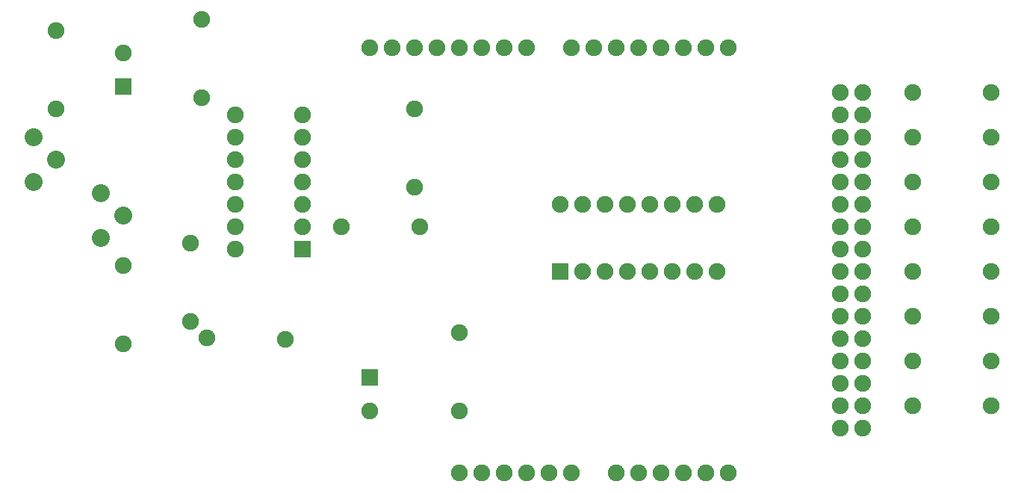
<source format=gbs>
G04 (created by PCBNEW-RS274X (2012-apr-16-27)-stable) date tor 22 apr 2014 20:35:00 CEST*
G01*
G70*
G90*
%MOIN*%
G04 Gerber Fmt 3.4, Leading zero omitted, Abs format*
%FSLAX34Y34*%
G04 APERTURE LIST*
%ADD10C,0.006000*%
%ADD11C,0.080000*%
%ADD12C,0.075000*%
%ADD13R,0.075000X0.075000*%
G04 APERTURE END LIST*
G54D10*
G54D11*
X60500Y-48000D03*
X61500Y-49000D03*
X60500Y-50000D03*
X57500Y-45500D03*
X58500Y-46500D03*
X57500Y-47500D03*
G54D12*
X96750Y-55500D03*
X100250Y-55500D03*
X61500Y-51250D03*
X61500Y-54750D03*
X58500Y-44250D03*
X58500Y-40750D03*
X74750Y-49500D03*
X71250Y-49500D03*
X64500Y-53750D03*
X64500Y-50250D03*
X74500Y-47750D03*
X74500Y-44250D03*
X68749Y-54546D03*
X65251Y-54454D03*
X65000Y-40250D03*
X65000Y-43750D03*
X76500Y-57750D03*
X76500Y-54250D03*
X96750Y-57500D03*
X100250Y-57500D03*
X96750Y-53500D03*
X100250Y-53500D03*
X96750Y-51500D03*
X100250Y-51500D03*
X96750Y-49500D03*
X100250Y-49500D03*
X96750Y-47500D03*
X100250Y-47500D03*
X96750Y-45500D03*
X100250Y-45500D03*
X96750Y-43500D03*
X100250Y-43500D03*
G54D13*
X81000Y-51500D03*
G54D12*
X82000Y-51500D03*
X83000Y-51500D03*
X84000Y-51500D03*
X85000Y-51500D03*
X86000Y-51500D03*
X87000Y-51500D03*
X88000Y-51500D03*
X88000Y-48500D03*
X87000Y-48500D03*
X86000Y-48500D03*
X85000Y-48500D03*
X84000Y-48500D03*
X83000Y-48500D03*
X82000Y-48500D03*
X81000Y-48500D03*
G54D13*
X69500Y-50500D03*
G54D12*
X69500Y-49500D03*
X69500Y-48500D03*
X69500Y-47500D03*
X69500Y-46500D03*
X69500Y-45500D03*
X69500Y-44500D03*
X66500Y-44500D03*
X66500Y-45500D03*
X66500Y-46500D03*
X66500Y-47500D03*
X66500Y-48500D03*
X66500Y-49500D03*
X66500Y-50500D03*
G54D13*
X61500Y-43250D03*
G54D12*
X61500Y-41750D03*
G54D13*
X72500Y-56250D03*
G54D12*
X72500Y-57750D03*
X94500Y-58500D03*
X94500Y-57500D03*
X94500Y-56500D03*
X94500Y-55500D03*
X94500Y-54500D03*
X94500Y-53500D03*
X94500Y-52500D03*
X94500Y-51500D03*
X93500Y-51500D03*
X93500Y-52500D03*
X93500Y-53500D03*
X93500Y-54500D03*
X93500Y-55500D03*
X93500Y-56500D03*
X93500Y-57500D03*
X93500Y-58500D03*
X94500Y-50500D03*
X94500Y-49500D03*
X93500Y-50500D03*
X93500Y-49500D03*
X94500Y-48500D03*
X94500Y-47500D03*
X94500Y-46500D03*
X94500Y-45500D03*
X94500Y-44500D03*
X94500Y-43500D03*
X93500Y-48500D03*
X93500Y-47500D03*
X93500Y-46500D03*
X93500Y-45500D03*
X93500Y-44500D03*
X93500Y-43500D03*
X81500Y-41500D03*
X82500Y-41500D03*
X83500Y-41500D03*
X84500Y-41500D03*
X85500Y-41500D03*
X86500Y-41500D03*
X87500Y-41500D03*
X88500Y-41500D03*
X79500Y-41500D03*
X78500Y-41500D03*
X77500Y-41500D03*
X76500Y-41500D03*
X75500Y-41500D03*
X74500Y-41500D03*
X73500Y-41500D03*
X72500Y-41500D03*
X88500Y-60500D03*
X87500Y-60500D03*
X86500Y-60500D03*
X85500Y-60500D03*
X84500Y-60500D03*
X83500Y-60500D03*
X81500Y-60500D03*
X80500Y-60500D03*
X79500Y-60500D03*
X78500Y-60500D03*
X77500Y-60500D03*
X76500Y-60500D03*
M02*

</source>
